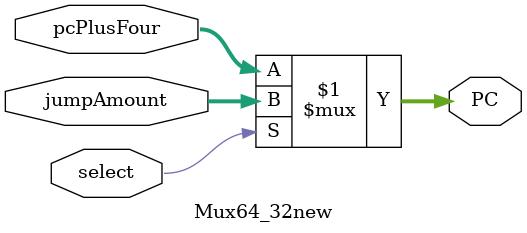
<source format=v>
`timescale 1ns / 1ps

module Mux64_32new(
		input [31:0]pcPlusFour,
		input [31:0]jumpAmount,
		input select,
		output [31:0]PC
	 );
	 
	 assign  PC = select ? jumpAmount : pcPlusFour;
	 /*
	 always @ (pcPlusFour or jumpAmount or select)begin 
		case(select)
			2'b0 : PC <= pcPlusFour;
			2'b1 : PC <= jumpAmount;
		endcase
	 end
	 */
	 
 
endmodule

</source>
